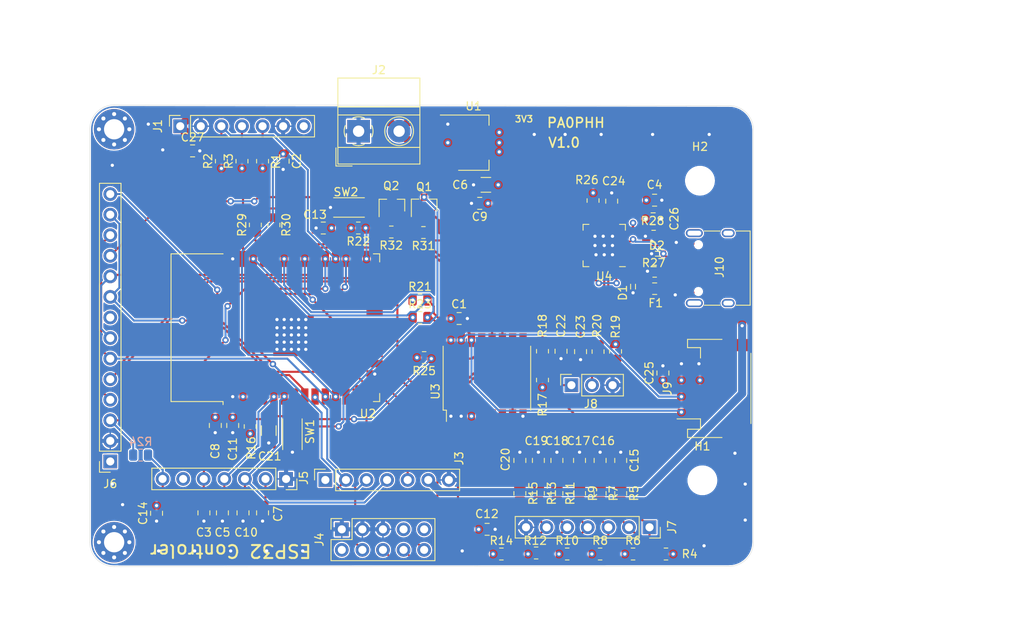
<source format=kicad_pcb>
(kicad_pcb (version 20211014) (generator pcbnew)
  (layers (0 "F.Cu" signal) (1 "In1.Cu" power) (2 "In2.Cu" power) (31 "B.Cu" signal) (34 "B.Paste" user) (35 "F.Paste" user) (36 "B.SilkS" user "B.Silkscreen") (37 "F.SilkS" user "F.Silkscreen") (38 "B.Mask" user) (39 "F.Mask" user) (44 "Edge.Cuts" user))
  (net 0 "")
  (net 1 "GND")
  (net 2 "EN")
  (net 3 "SCK")
  (net 4 "SDI")
  (net 5 "RXD0")
  (net 6 "TXD0")
  (net 7 "SDO")
  (net 8 "V33")
  (net 9 "R1_2a")
  (net 10 "R2_2a")
  (net 11 "R3_2a")
  (net 12 "R1_3a")
  (net 13 "R2_3a")
  (net 14 "R3_3a")
  (net 15 "RXTX")
  (net 16 "A4P")
  (net 17 "A3P")
  (net 18 "A1P")
  (net 19 "A2P")
  (net 20 "DC")
  (net 21 "CS")
  (net 22 "GPIO14")
  (net 23 "GPIO13")
  (net 24 "GPIO15")
  (net 25 "GPIO12")
  (net 26 "R3_3")
  (net 27 "R2_3")
  (net 28 "R1_3")
  (net 29 "R3_2")
  (net 30 "R2_2")
  (net 31 "R1_2")
  (net 32 "Vcc")
  (net 33 "GPIO19")
  (net 34 "R2")
  (net 35 "R1")
  (net 36 "T_IRQ")
  (net 39 "IO0")
  (net 44 "Net-(F1-Pad2)")
  (net 46 "Net-(J10-PadA5)")
  (net 47 "D-")
  (net 48 "D+")
  (net 50 "Net-(J10-PadB5)")
  (net 51 "RSTb")
  (net 52 "Net-(R29-Pad2)")
  (net 53 "DTR")
  (net 55 "RTS")
  (net 72 "GPIO16")
  (net 73 "R4_1a")
  (net 74 "R4_2a")
  (net 75 "R4_1")
  (net 76 "R4_2")
  (net 79 "SCL_1")
  (net 80 "SDA_1")
  (net 81 "A5P")
  (net 84 "Reset")
  (net 85 "INT")
  (net 87 "Net-(Q1-Pad1)")
  (net 88 "Net-(Q2-Pad1)")
  (net 89 "Net-(R30-Pad2)")
  (footprint "MountingHole:MountingHole_2.5mm_Pad_Via" (layer "F.Cu") (at 41.5 40)
    (fp_text reference "H1")
    (fp_text value "MountingHole")
  )
  (footprint "MountingHole:MountingHole_2.5mm_Pad_Via" (layer "F.Cu") (at 41.5 91)
    (fp_text reference "H2")
    (fp_text value "MountingHole")
  )
  (footprint "Capacitor_SMD:C_1206_3216Metric_Pad1.42x1.75mm_HandSolder" (layer "F.Cu") (at 60.579 77.216 -90)
    (fp_text reference "C21")
    (fp_text value "10u")
  )
  (footprint "Capacitor_SMD:C_0805_2012Metric" (layer "F.Cu") (at 84.074 63.373 180)
    (fp_text reference "C1")
    (fp_text value "100n")
  )
  (footprint "Capacitor_SMD:C_0805_2012Metric" (layer "F.Cu") (at 108.194974 48.758974)
    (fp_text reference "C4")
    (fp_text value "100n")
  )
  (footprint "Capacitor_SMD:C_1206_3216Metric_Pad1.42x1.75mm_HandSolder" (layer "F.Cu") (at 87.376 46.863 180)
    (fp_text reference "C6")
    (fp_text value "10u")
  )
  (footprint "Capacitor_SMD:C_0805_2012Metric" (layer "F.Cu") (at 86.614 49.149)
    (fp_text reference "C9")
    (fp_text value "100n")
  )
  (footprint "Capacitor_SMD:C_0805_2012Metric" (layer "F.Cu") (at 56.134 76.581 90)
    (fp_text reference "C11")
    (fp_text value "100n")
  )
  (footprint "Capacitor_SMD:C_0805_2012Metric" (layer "F.Cu") (at 104.013 80.899 -90)
    (fp_text reference "C15")
    (fp_text value "100n")
  )
  (footprint "Capacitor_SMD:C_0805_2012Metric" (layer "F.Cu") (at 101.473 80.899 -90)
    (fp_text reference "C16")
    (fp_text value "100n")
  )
  (footprint "Capacitor_SMD:C_0805_2012Metric" (layer "F.Cu") (at 98.933 80.899 -90)
    (fp_text reference "C17")
    (fp_text value "100n")
  )
  (footprint "Capacitor_SMD:C_0805_2012Metric" (layer "F.Cu") (at 96.139 80.899 -90)
    (fp_text reference "C18")
    (fp_text value "100n")
  )
  (footprint "Capacitor_SMD:C_0805_2012Metric" (layer "F.Cu") (at 93.853 80.899 -90)
    (fp_text reference "C19")
    (fp_text value "100n")
  )
  (footprint "Capacitor_SMD:C_0805_2012Metric" (layer "F.Cu") (at 91.567 80.899 -90)
    (fp_text reference "C20")
    (fp_text value "100n")
  )
  (footprint "Capacitor_SMD:C_0805_2012Metric" (layer "F.Cu") (at 62.357 43.942 -90)
    (fp_text reference "C2")
    (fp_text value "100n")
  )
  (footprint "Capacitor_SMD:C_0805_2012Metric" (layer "F.Cu") (at 52.578 87.376 90)
    (fp_text reference "C3")
    (fp_text value "100n")
  )
  (footprint "Capacitor_SMD:C_0805_2012Metric" (layer "F.Cu") (at 54.864 87.376 90)
    (fp_text reference "C5")
    (fp_text value "100n")
  )
  (footprint "Capacitor_SMD:C_0805_2012Metric" (layer "F.Cu") (at 59.817 87.376 90)
    (fp_text reference "C7")
    (fp_text value "100n")
  )
  (footprint "Capacitor_SMD:C_0805_2012Metric" (layer "F.Cu") (at 57.404 87.376 90)
    (fp_text reference "C10")
    (fp_text value "100n")
  )
  (footprint "Capacitor_SMD:C_0805_2012Metric" (layer "F.Cu") (at 46.736 87.4268 90)
    (fp_text reference "C14")
    (fp_text value "100n")
  )
  (footprint "Connector_PinSocket_2.54mm:PinSocket_2x05_P2.54mm_Vertical" (layer "F.Cu") (at 69.596 89.408 90)
    (fp_text reference "J4")
    (fp_text value "Jtag")
  )
  (footprint "Connector_PinSocket_2.54mm:PinSocket_1x07_P2.54mm_Vertical" (layer "F.Cu") (at 107.569 89.154 -90)
    (fp_text reference "J7")
    (fp_text value "Encoders")
  )
  (footprint "Connector_PinSocket_2.54mm:PinSocket_1x07_P2.54mm_Vertical" (layer "F.Cu") (at 67.564 83.312 90)
    (fp_text reference "J3")
    (fp_text value "I2C")
  )
  (footprint "Connector_PinSocket_2.54mm:PinSocket_1x07_P2.54mm_Vertical" (layer "F.Cu") (at 49.657 39.624 90)
    (fp_text reference "J1")
    (fp_text value "Encoders")
  )
  (footprint "Connector_PinSocket_2.54mm:PinSocket_1x07_P2.54mm_Vertical" (layer "F.Cu") (at 62.718 83.185 -90)
    (fp_text reference "J5")
    (fp_text value "Analog in 3-6")
  )
  (footprint "TerminalBlock_MetzConnect:TerminalBlock_MetzConnect_Type011_RT05502HBWC_1x02_P5.00mm_Horizontal" (layer "F.Cu") (at 71.668 40.239)
    (fp_text reference "J2")
    (fp_text value "5V")
  )
  (footprint "Resistor_SMD:R_0805_2012Metric" (layer "F.Cu") (at 58.293 76.708 90)
    (fp_text reference "R16")
    (fp_text value "1k")
  )
  (footprint "Resistor_SMD:R_0805_2012Metric" (layer "F.Cu") (at 109.601 92.456 180)
    (fp_text reference "R4")
    (fp_text value "10k")
  )
  (footprint "Resistor_SMD:R_0805_2012Metric" (layer "F.Cu") (at 105.537 92.456)
    (fp_text reference "R6")
    (fp_text value "10k")
  )
  (footprint "Resistor_SMD:R_0805_2012Metric" (layer "F.Cu") (at 101.473 92.456)
    (fp_text reference "R8")
    (fp_text value "10k")
  )
  (footprint "Resistor_SMD:R_0805_2012Metric" (layer "F.Cu") (at 97.409 92.456)
    (fp_text reference "R10")
    (fp_text value "10k")
  )
  (footprint "Resistor_SMD:R_0805_2012Metric" (layer "F.Cu") (at 93.5755 92.329)
    (fp_text reference "R12")
    (fp_text value "10k")
  )
  (footprint "Resistor_SMD:R_0805_2012Metric" (layer "F.Cu") (at 89.29 92.456)
    (fp_text reference "R14")
    (fp_text value "10k")
  )
  (footprint "Resistor_SMD:R_0805_2012Metric" (layer "F.Cu") (at 104.013 84.963 -90)
    (fp_text reference "R5")
    (fp_text value "10k")
  )
  (footprint "Resistor_SMD:R_0805_2012Metric" (layer "F.Cu") (at 101.473 84.963 -90)
    (fp_text reference "R7")
    (fp_text value "10k")
  )
  (footprint "Resistor_SMD:R_0805_2012Metric" (layer "F.Cu") (at 98.933 84.963 -90)
    (fp_text reference "R9")
    (fp_text value "10k")
  )
  (footprint "Resistor_SMD:R_0805_2012Metric" (layer "F.Cu") (at 96.139 84.963 -90)
    (fp_text reference "R11")
    (fp_text value "10k")
  )
  (footprint "Resistor_SMD:R_0805_2012Metric" (layer "F.Cu") (at 93.853 84.963 -90)
    (fp_text reference "R13")
    (fp_text value "10k")
  )
  (footprint "Resistor_SMD:R_0805_2012Metric" (layer "F.Cu") (at 91.567 84.963 -90)
    (fp_text reference "R15")
    (fp_text value "10k")
  )
  (footprint "Resistor_SMD:R_0805_2012Metric" (layer "F.Cu") (at 54.737 43.942 90)
    (fp_text reference "R2")
    (fp_text value "2.2k")
  )
  (footprint "Resistor_SMD:R_0805_2012Metric" (layer "F.Cu") (at 57.277 43.942 90)
    (fp_text reference "R3")
    (fp_text value "2.2k")
  )
  (footprint "Resistor_SMD:R_0805_2012Metric" (layer "F.Cu") (at 79.248 61.087001)
    (fp_text reference "R21")
    (fp_text value "2k2")
  )
  (footprint "Resistor_SMD:R_0805_2012Metric" (layer "F.Cu") (at 79.248 63.246)
    (fp_text reference "R23")
    (fp_text value "2k2")
  )
  (footprint "Package_TO_SOT_SMD:SOT-223-3_TabPin2" (layer "F.Cu") (at 85.852 41.656)
    (fp_text reference "U1")
    (fp_text value "LM1117-3.3")
  )
  (footprint "RF_Module:ESP32-WROOM-32" (layer "F.Cu") (at 64.389 64.507 90)
    (fp_text reference "U2")
    (fp_text value "ESP32-WROOM-32D")
  )
  (footprint "Package_SO:SOP-16_7.5x10.4mm_P1.27mm" (layer "F.Cu") (at 87.503 70.739 90)
    (fp_text reference "U3")
    (fp_text value "PCF8574A")
  )
  (footprint "Resistor_SMD:R_0805_2012Metric" (layer "F.Cu") (at 71.628 52.197)
    (fp_text reference "R22")
    (fp_text value "10k")
  )
  (footprint "ESP32VFO:TS-1088R-02526" (layer "F.Cu") (at 63.5 77.663 90)
    (fp_text reference "SW1")
    (fp_text value "SW_Push")
  )
  (footprint "Connector_JST:JST_PH_S4B-PH-SM4-TB_1x04-1MP_P2.00mm_Horizontal" (layer "F.Cu") (at 115.57 72.009 90)
    (fp_text reference "J9")
    (fp_text value "I2C")
  )
  (footprint "Capacitor_SMD:C_0805_2012Metric" (layer "F.Cu") (at 51.181 42.672)
    (fp_text reference "C27")
    (fp_text value "0.1uF")
  )
  (footprint "Fuse:Fuse_0805_2012Metric" (layer "F.Cu") (at 108.204 59.69)
    (fp_text reference "F1")
    (fp_text value "Polyfuse")
  )
  (footprint "Connector_USB:USB_C_Receptacle_XKB_U262-16XN-4BVC11" (layer "F.Cu") (at 116.205 57.15 90)
    (fp_text reference "J10")
    (fp_text value "USB_C_Receptacle_USB2.0")
  )
  (footprint "Resistor_SMD:R_0805_2012Metric" (layer "F.Cu") (at 108.204 57.531)
    (fp_text reference "R27")
    (fp_text value "5K1")
  )
  (footprint "Resistor_SMD:R_0805_2012Metric" (layer "F.Cu") (at 108.077 53.213)
    (fp_text reference "R28")
    (fp_text value "5K1")
  )
  (footprint "Resistor_SMD:R_0805_2012Metric" (layer "F.Cu") (at 58.928 51.816 90)
    (fp_text reference "R29")
    (fp_text value "1K")
  )
  (footprint "Resistor_SMD:R_0805_2012Metric" (layer "F.Cu") (at 61.214 51.816 90)
    (fp_text reference "R30")
    (fp_text value "1K")
  )
  (footprint "Package_DFN_QFN:QFN-28-1EP_5x5mm_P0.5mm_EP3.35x3.35mm" (layer "F.Cu") (at 101.981 54.356 180)
    (fp_text reference "U4")
    (fp_text value "CP2102N-A01-GQFN28")
  )
  (footprint "Capacitor_SMD:C_0805_2012Metric" (layer "F.Cu") (at 87.5284 89.408 180)
    (fp_text reference "C12")
    (fp_text value "100n")
  )
  (footprint "Capacitor_SMD:C_0805_2012Metric" (layer "F.Cu") (at 108.016 51.054)
    (fp_text reference "C26")
    (fp_text value "10uF")
  )
  (footprint "Capacitor_SMD:C_0805_2012Metric" (layer "F.Cu") (at 102.899887 48.879 90)
    (fp_text reference "C24")
    (fp_text value "0.1uF")
  )
  (footprint "Connector_PinSocket_2.54mm:PinSocket_1x14_P2.54mm_Vertical" (layer "F.Cu") (at 41.021 81.026 180)
    (fp_text reference "J6")
    (fp_text value "ILI9341")
  )
  (footprint "Resistor_SMD:R_0805_2012Metric" (layer "F.Cu") (at 100.6 48.8 -90)
    (fp_text reference "R26")
    (fp_text value "4.7K")
  )
  (footprint "Capacitor_SMD:C_0805_2012Metric" (layer "F.Cu") (at 67.31 52.197)
    (fp_text reference "C13")
    (fp_text value "100n")
  )
  (footprint "ESP32_TouchDown_lib:TS-1088R-02526" (layer "F.Cu") (at 70.485 49.657 180)
    (fp_text reference "SW2")
    (fp_text value "SW_Push")
  )
  (footprint "MountingHole:MountingHole_3.2mm_M3" (layer "F.Cu") (at 114.092 83.355)
    (fp_text reference "H1")
    (fp_text value " ")
  )
  (footprint "MountingHole:MountingHole_3.2mm_M3" (layer "F.Cu") (at 113.792 46.355)
    (fp_text reference "H2")
    (fp_text value " ")
  )
  (footprint "Package_TO_SOT_SMD:SOT-23" (layer "F.Cu") (at 79.756 49.3903 90)
    (fp_text reference "Q1")
    (fp_text value "2N3904_SOT23")
  )
  (footprint "Package_TO_SOT_SMD:SOT-23" (layer "F.Cu") (at 75.7809 49.403 90)
    (fp_text reference "Q2")
    (fp_text value "2N3904_SOT23")
  )
  (footprint "Resistor_SMD:R_0805_2012Metric" (layer "F.Cu") (at 79.6671 52.7558 180)
    (fp_text reference "R31")
    (fp_text value "10k")
  )
  (footprint "Resistor_SMD:R_0805_2012Metric" (layer "F.Cu") (at 75.7047 52.6923)
    (fp_text reference "R32")
    (fp_text value "10k")
  )
  (footprint "Capacitor_SMD:C_0805_2012Metric" (layer "F.Cu") (at 53.9877 76.581 -90)
    (fp_text reference "C8")
    (fp_text value "10u")
  )
  (footprint "digikey-footprints:0603" (layer "F.Cu") (at 105.537 59.436 -90)
    (fp_text reference "D1")
    (fp_text value "PGB1010603MR")
  )
  (footprint "digikey-footprints:0603" (layer "F.Cu") (at 108.585 55.372 180)
    (fp_text reference "D2")
    (fp_text value "PGB1010603MR")
  )
  (footprint "Resistor_SMD:R_0805_2012Metric" (layer "F.Cu") (at 101.219 67.4605 -90)
    (fp_text reference "R20")
    (fp_text value "10k")
  )
  (footprint "Connector_PinSocket_2.54mm:PinSocket_1x03_P2.54mm_Vertical" (layer "F.Cu") (at 97.932 71.603 90)
    (fp_text reference "J8")
    (fp_text value "Conn_01x03_Female")
  )
  (footprint "Capacitor_SMD:C_0805_2012Metric" (layer "F.Cu") (at 109.22 70.104 90)
    (fp_text reference "C25")
    (fp_text value "0.1uF")
  )
  (footprint "Resistor_SMD:R_0805_2012Metric" (layer "F.Cu") (at 59.817 43.942 -90)
    (fp_text reference "R1")
    (fp_text value "680")
  )
  (footprint "Capacitor_SMD:C_0805_2012Metric" (layer "F.Cu") (at 99.06 67.4605 90)
    (fp_text reference "C23")
    (fp_text value "100n")
  )
  (footprint "Capacitor_SMD:C_0805_2012Metric" (layer "F.Cu") (at 96.647 67.4135 90)
    (fp_text reference "C22")
    (fp_text value "100n")
  )
  (footprint "Resistor_SMD:R_0805_2012Metric" (layer "F.Cu") (at 94.361 70.9695 90)
    (fp_text reference "R17")
    (fp_text value "10k")
  )
  (footprint "Resistor_SMD:R_0805_2012Metric" (layer "F.Cu") (at 79.756 68.199 180)
    (fp_text reference "R25")
    (fp_text value "2k2")
  )
  (footprint "Resistor_SMD:R_0805_2012Metric" (layer "F.Cu") (at 94.361 67.4135 -90)
    (fp_text reference "R18")
    (fp_text value "10k")
  )
  (footprint "Resistor_SMD:R_0805_2012Metric" (layer "F.Cu") (at 103.378 67.437 -90)
    (fp_text reference "R19")
    (fp_text value "10k")
  )
  (footprint "Resistor_SMD:R_0805_2012Metric" (layer "B.Cu") (at 44.7675 80.2386 180)
    (fp_text reference "R24")
    (fp_text value "10k")
  )
  (gr_line (start 38.5 91) (end 38.5 40) (layer "Edge.Cuts") (width 0.05))
  (gr_line (start 41.5 37) (end 117.38568 37.084) (layer "Edge.Cuts") (width 0.05))
  (gr_arc (start 117.38568 37.084) (mid 119.507 37.96268) (end 120.38568 40.084) (layer "Edge.Cuts") (width 0.05))
  (gr_arc (start 41.5 94) (mid 39.37868 93.12132) (end 38.5 91) (layer "Edge.Cuts") (width 0.05))
  (gr_arc (start 120.38568 90.98) (mid 119.507 93.10132) (end 117.38568 93.98) (layer "Edge.Cuts") (width 0.05))
  (gr_line (start 117.38568 93.98) (end 41.5 94) (layer "Edge.Cuts") (width 0.05))
  (gr_line (start 120.38568 40.084) (end 120.38568 90.98) (layer "Edge.Cuts") (width 0.05))
  (gr_arc (start 38.5 40) (mid 39.37868 37.87868) (end 41.5 37) (layer "Edge.Cuts") (width 0.05))
  (gr_text "V1.0" (at 97.028 41.656) (layer "F.SilkS") (effects (font (size 1.2 1.2) (thickness 0.2))))
  (gr_text "3V3" (at 92.075 38.735) (layer "F.SilkS") (effects (font (size 0.8 0.8))))
  (gr_text "PA0PHH" (at 98.4824 39.2016) (layer "F.SilkS") (effects (font (size 1.2 1.2) (thickness 0.2))))
  (gr_text "ESP32 Controler" (at 55.88 92.075 180) (layer "F.SilkS") (effects (font (size 1.6 1.6) (thickness 0.25))))
  (segment (start 111.046 53.8) (end 110.871 53.975) (width 0.254) (layer "F.Cu") (net 1))
  (segment (start 104.431 54.856) (end 102.481 54.856) (width 0.254) (layer "F.Cu") (net 1))
  (segment (start 112.535 53.8) (end 111.046 53.8) (width 0.254) (layer "F.Cu") (net 1))
  (segment (start 112.535 60.2) (end 110.996 60.2) (width 0.254) (layer "F.Cu") (net 1))
  (segment (start 102.481 54.856) (end 101.981 54.356) (width 0.254) (layer "F.Cu") (net 1))
  (segment (start 110.996 60.2) (end 110.744 60.452) (width 0.254) (layer "F.Cu") (net 1))
  (via (at 63.373 66.294) (size 0.8) (drill 0.4) (layers "F.Cu" "B.Cu") (net 1))
  (via (at 107.95 40.64) (size 0.8) (drill 0.4) (layers "F.Cu" "B.Cu") (net 1))
  (via (at 41.275 44.45) (size 0.8) (drill 0.4) (layers "F.Cu" "B.Cu") (net 1))
  (via (at 65.151 64.516) (size 0.8) (drill 0.4) (layers "F.Cu" "B.Cu") (net 1))
  (via (at 60.579 78.74) (size 0.8) (drill 0.4) (layers "F.Cu" "B.Cu") (net 1))
  (via (at 64.77 92.075) (size 0.8) (drill 0.4) (layers "F.Cu" "B.Cu") (net 1))
  (via (at 64.262 64.516) (size 0.8) (drill 0.4) (layers "F.Cu" "B.Cu") (net 1))
  (via (at 119.38 83.82) (size 0.8) (drill 0.4) (layers "F.Cu" "B.Cu") (net 1))
  (via (at 54.864 88.392) (size 0.8) (drill 0.4) (layers "F.Cu" "B.Cu") (net 1))
  (via (at 84.328 75.438) (size 0.8) (drill 0.4) (layers "F.Cu" "B.Cu") (net 1))
  (via (at 41.275 83.82) (size 0.8) (drill 0.4) (layers "F.Cu" "B.Cu") (net 1))
  (via (at 82.677 39.37) (size 0.8) (drill 0.4) (layers "F.Cu" "B.Cu") (net 1))
  (via (at 62.484 67.183) (size 0.8) (drill 0.4) (layers "F.Cu" "B.Cu") (net 1))
  (via (at 65.151 66.294) (size 0.8) (drill 0.4) (layers "F.Cu" "B.Cu") (net 1))
  (via (at 83.058 75.438) (size 0.8) (drill 0.4) (layers "F.Cu" "B.Cu") (net 1))
  (via (at 64.262 67.183) (size 0.8) (drill 0.4) (layers "F.Cu" "B.Cu") (net 1))
  (via (at 118.11 80.01) (size 0.8) (drill 0.4) (layers "F.Cu" "B.Cu") (net 1))
  (via (at 84.455 92.075) (size 0.8) (drill 0.4) (layers "F.Cu" "B.Cu") (net 1))
  (via (at 51.435 92.075) (size 0.8) (drill 0.4) (layers "F.Cu" "B.Cu") (net 1))
  (via (at 47.498 42.545) (size 0.8) (drill 0.4) (layers "F.Cu" "B.Cu") (net 1))
  (via (at 46.736 88.392) (size 0.8) (drill 0.4) (layers "F.Cu" "B.Cu") (net 1))
  (via (at 107.823 55.372) (size 0.8) (drill 0.4) (layers "F.Cu" "B.Cu") (net 1))
  (via (at 62.484 66.294) (size 0.8) (drill 0.4) (layers "F.Cu" "B.Cu") (net 1))
  (via (at 93.345 40.64) (size 0.8) (drill 0.4) (layers "F.Cu" "B.Cu") (net 1))
  (via (at 96.647 68.326) (size 0.8) (drill 0.4) (layers "F.Cu" "B.Cu") (net 1))
  (via (at 61.595 66.294) (size 0.8) (drill 0.4) (layers "F.Cu" "B.Cu") (net 1))
  (via (at 109.083975 48.758974) (size 0.8) (drill 0.4) (layers "F.Cu" "B.Cu") (net 1))
  (via (at 62.357 44.958) (size 0.8) (drill 0.4) (layers "F.Cu" "B.Cu") (net 1))
  (via (at 111.506 68.961) (size 0.8) (drill 0.4) (layers "F.Cu" "B.Cu") (net 1))
  (via (at 62.484 65.405) (size 0.8) (drill 0.4) (layers "F.Cu" "B.Cu") (net 1))
  (via (at 107.061 53.213) (size 0.8) (drill 0.4) (layers "F.Cu" "B.Cu") (net 1))
  (via (at 63.373 63.5) (size 0.8) (drill 0.4) (layers "F.Cu" "B.Cu") (net 1))
  (via (at 109.22 69.215) (size 0.8) (drill 0.4) (layers "F.Cu" "B.Cu") (net 1))
  (via (at 73.66 70.231) (size 0.8) (drill 0.4) (layers "F.Cu" "B.Cu") (net 1))
  (via (at 101.981 55.499) (size 0.8) (drill 0.4) (layers "F.Cu" "B.Cu") (net 1))
  (via (at 110.744 60.452) (size 0.8) (drill 0.4) (layers "F.Cu" "B.Cu") (net 1))
  (via (at 64.262 66.294) (size 0.8) (drill 0.4) (layers "F.Cu" "B.Cu") (net 1))
  (via (at 93.853 79.883) (size 0.8) (drill 0.4) (layers "F.Cu" "B.Cu") (net 1))
  (via (at 85.09 63.373) (size 0.8) (drill 0.4) (layers "F.Cu" "B.Cu") (net 1))
  (via (at 56.134 77.47) (size 0.8) (drill 0.4) (layers "F.Cu" "B.Cu") (net 1))
  (via (at 65.151 63.5) (size 0.8) (drill 0.4) (layers "F.Cu" "B.Cu") (net 1))
  (via (at 101.854 53.213) (size 0.8) (drill 0.4) (layers "F.Cu" "B.Cu") (net 1))
  (via (at 63.373 64.516) (size 0.8) (drill 0.4) (layers "F.Cu" "B.Cu") (net 1))
  (via (at 101.981 54.356) (size 0.8) (drill 0.4) (layers "F.Cu" "B.Cu") (net 1))
  (via (at 63.5 79.883) (size 0.8) (drill 0.4) (layers "F.Cu" "B.Cu") (net 1))
  (via (at 100.838 53.213) (size 0.8) (drill 0.4) (layers "F.Cu" "B.Cu") (net 1))
  (via (at 110.871 53.975) (size 0.8) (drill 0.4) (layers "F.Cu" "B.Cu") (net 1))
  (via (at 60.325 92.075) (size 0.8) (drill 0.4) (layers "F.Cu" "B.Cu") (net 1))
  (via (at 100.965 55.499) (size 0.8) (drill 0.4) (layers "F.Cu" "B.Cu") (net 1))
  (via (at 65.151 65.405) (size 0.8) (drill 0.4) (layers "F.Cu" "B.Cu") (net 1))
  (via (at 64.262 65.405) (size 0.8) (drill 0.4) (layers "F.Cu" "B.Cu") (net 1))
  (via (at 63.373 67.183) (size 0.8) (drill 0.4) (layers "F.Cu" "B.Cu") (net 1))
  (via (at 114.3 91.44) (size 0.8) (drill 0.4) (layers "F.Cu" "B.Cu") (net 1))
  (via (at 52.07 42.672) (size 0.8) (drill 0.4) (layers "F.Cu" "B.Cu") (net 1))
  (via (at 68.199 49.657) (size 0.8) (drill 0.4) (layers "F.Cu" "B.Cu") (net 1))
  (via (at 97.155 40.64) (size 0.8) (drill 0.4) (layers "F.Cu" "B.Cu") (net 1))
  (via (at 119.38 88.265) (size 0.8) (drill 0.4) (layers "F.Cu" "B.Cu") (net 1))
  (via (at 99.06 68.453) (size 0.8) (drill 0.4) (layers "F.Cu" "B.Cu") (net 1))
  (via (at 61.595 64.516) (size 0.8) (drill 0.4) (layers "F.Cu" "B.Cu") (net 1))
  (via (at 53.975 77.47) (size 0.8) (drill 0.4) (layers "F.Cu" "B.Cu") (net 1))
  (via (at 59.817 88.392) (size 0.8) (drill 0.4) (layers "F.Cu" "B.Cu") (net 1))
  (via (at 65.151 67.183) (size 0.8) (drill 0.4) (layers "F.Cu" "B.Cu") (net 1))
  (via (at 85.852 46.863) (size 0.8) (drill 0.4) (layers "F.Cu" "B.Cu") (net 1))
  (via (at 105.537 60.198) (size 0.8) (drill 0.4) (layers "F.Cu" "B.Cu") (net 1))
  (via (at 102.997 54.356) (size 0.8) (drill 0.4) (layers "F.Cu" "B.Cu") (net 1))
  (via (at 66.421 52.197) (size 0.8) (drill 0.4) (layers "F.Cu" "B.Cu") (net 1))
  (via (at 64.262 63.5) (size 0.8) (drill 0.4) (layers "F.Cu" "B.Cu") (net 1))
  (via (at 61.595 65.405) (size 0.8) (drill 0.4) (layers "F.Cu" "B.Cu") (net 1))
  (via (at 56.134 56.007) (size 0.8) (drill 0.4) (layers "F.Cu" "B.Cu") (net 1))
  (via (at 102.997 53.213) (size 0.8) (drill 0.4) (layers "F.Cu" "B.Cu") (net 1))
  (via (at 46.99 92.075) (size 0.8) (drill 0.4) (layers "F.Cu" "B.Cu") (net 1))
  (via (at 102.997 55.499) (size 0.8) (drill 0.4) (layers "F.Cu" "B.Cu") (net 1))
  (via (at 56.134 73.025) (size 0.8) (drill 0.4) (layers "F.Cu" "B.Cu") (net 1))
  (via (at 108.971 51.054) (size 0.8) (drill 0.4) (layers "F.Cu" "B.Cu") (net 1))
  (via (at 98.933 79.883) (size 0.8) (drill 0.4) (layers "F.Cu" "B.Cu") (net 1))
  (via (at 85.598 49.149) (size 0.8) (drill 0.4) (layers "F.Cu" "B.Cu") (net 1))
  (via (at 104.013 79.883) (size 0.8) (drill 0.4) (layers "F.Cu" "B.Cu") (net 1))
  (via (at 63.373 65.405) (size 0.8) (drill 0.4) (layers "F.Cu" "B.Cu") (net 1))
  (via (at 62.484 63.5) (size 0.8) (drill 0.4) (layers "F.Cu" "B.Cu") (net 1))
  (via (at 61.595 63.5) (size 0.8) (drill 0.4) (layers "F.Cu" "B.Cu") (net 1))
  (via (at 101.6 40.64) (size 0.8) (drill 0.4) (layers "F.Cu" "B.Cu") (net 1))
  (via (at 91.948 75.438) (size 0.8) (drill 0.4) (layers "F.Cu" "B.Cu") (net 1))
  (via (at 91.567 79.883) (size 0.8) (drill 0.4) (layers "F.Cu" "B.Cu") (net 1))
  (via (at 114.935 40.64) (size 0.8) (drill 0.4) (layers "F.Cu" "B.Cu") (net 1))
  (via (at 52.578 88.392) (size 0.8) (drill 0.4) (layers "F.Cu" "B.Cu") (net 1))
  (via (at 100.838 54.356) (size 0.8) (drill 0.4) (layers "F.Cu" "B.Cu") (net 1))
  (via (at 42.545 86.36) (size 0.8) (drill 0.4) (layers "F.Cu" "B.Cu") (net 1))
  (via (at 57.404 88.392) (size 0.8) (drill 0.4) (layers "F.Cu" "B.Cu") (net 1))
  (via (at 96.139 79.883) (size 0.8) (drill 0.4) (layers "F.Cu" "B.Cu") (net 1))
  (via (at 107.315 57.531) (size 0.8) (drill 0.4) (layers "F.Cu" "B.Cu") (net 1))
  (via (at 102.899887 47.863) (size 0.8) (drill 0.4) (layers "F.Cu" "B.Cu") (net 1))
  (via (at 88.519 89.408) (size 0.8) (drill 0.4) (layers "F.Cu" "B.Cu") (net 1))
  (via (at 61.595 67.183) (size 0.8) (drill 0.4) (layers "F.Cu" "B.Cu") (net 1))
  (via (at 62.484 64.516) (size 0.8) (drill 0.4) (layers "F.Cu" "B.Cu") (net 1))
  (via (at 101.473 79.883) (size 0.8) (drill 0.4) (layers "F.Cu" "B.Cu") (net 1))
  (via (at 113.665 68.961) (size 0.8) (drill 0.4) (layers "F.Cu" "B.Cu") (net 1))
  (via (at 45.72 39.37) (size 0.8) (drill 0.4) (layers "F.Cu" "B.Cu") (net 1))
  (via (at 55.88 92.075) (size 0.8) (drill 0.4) (layers "F.Cu" "B.Cu") (net 1))
  (segment (start 58.293 75.7955) (end 58.674 75.4145) (width 0.254) (layer "F.Cu") (net 2))
  (segment (start 60.512 75.7955) (end 60.579 75.7285) (width 0.254) (layer "F.Cu") (net 2))
  (segment (start 60.8695 75.438) (end 63.5 75.438) (width 0.254) (layer "F.Cu") (net 2))
  (segment (start 69.2 76.7) (end 64.762 76.7) (width 0.254) (layer "F.Cu") (net 2))
  (segment (start 60.579 75.7285) (end 60.8695 75.438) (width 0.254) (layer "F.Cu") (net 2))
  (segment (start 58.293 75.7955) (end 60.512 75.7955) (width 0.254) (layer "F.Cu") (net 2))
  (segment (start 58.674 75.4145) (end 58.674 73.016) (width 0.254) (layer "F.Cu") (net 2))
  (segment (start 64.762 76.7) (end 63.5 75.438) (width 0.254) (layer "F.Cu") (net 2))
  (via (at 69.2 76.7) (size 0.8) (drill 0.4) (layers "F.Cu" "B.Cu") (net 2))
  (via (at 79.756 48.387) (size 0.8) (drill 0.4) (layers "F.Cu" "B.Cu") (net 2))
  (segment (start 78.977489 63.922511) (end 69.8 73.1) (width 0.254) (layer "B.Cu") (net 2))
  (segment (start 81.4 50.031) (end 81.4 62.963232) (width 0.254) (layer "B.Cu") (net 2))
  (segment (start 69.8 74.4) (end 69.8 76.1) (width 0.254) (layer "B.Cu") (net 2))
  (segment (start 69.8 76.1) (end 69.2 76.7) (width 0.254) (layer "B.Cu") (net 2))
  (segment (start 81.4 62.963232) (end 80.440721 63.922511) (width 0.254) (layer "B.Cu") (net 2))
  (segment (start 69.8 73.1) (end 69.8 74.4) (width 0.254) (layer "B.Cu") (net 2))
  (segment (start 79.756 48.387) (end 81.4 50.031) (width 0.254) (layer "B.Cu") (net 2))
  (segment (start 80.440721 63.922511) (end 78.977489 63.922511) (width 0.254) (layer "B.Cu") (net 2))
  (segment (start 41.20204 57.98496) (end 41.021 58.166) (width 0.254) (layer "F.Cu") (net 3))
  (segment (start 66.294 56.007) (end 66.294 57.261) (width 0.254) (layer "F.Cu") (net 3))
  (segment (start 65.57004 57.98496) (end 41.20204 57.98496) (width 0.254) (layer "F.Cu") (net 3))
  (segment (start 66.294 57.261) (end 65.57004 57.98496) (width 0.254) (layer "F.Cu") (net 3))
  (segment (start 39.894489 59.292511) (end 41.021 58.166) (width 0.254) (layer "B.Cu") (net 3))
  (segment (start 41.021 65.786) (end 39.894489 64.659489) (width 0.254) (layer "B.Cu") (net 3))
  (segment (start 39.894489 64.659489) (end 39.894489 59.292511) (width 0.254) (layer "B.Cu") (net 3))
  (segment (start 39.894489 67.199489) (end 39.894489 54.212511) (width 0.254) (layer "F.Cu") (net 4))
  (segment (start 39.894489 54.212511) (end 41.021 53.086) (width 0.254) (layer "F.Cu") (net 4))
  (segment (start 41.021 68.326) (end 39.894489 67.199489) (width 0.254) (layer "F.Cu") (net 4))
  (via (at 67.564 73.025) (size 0.8) (drill 0.4) (layers "F.Cu" "B.Cu") (net 4))
  (segment (start 67.564 73.025) (end 62.865 68.326) (width 0.254) (layer "B.Cu") (net 4))
  (segment (start 62.865 68.326) (end 41.021 68.326) (width 0.254) (layer "B.Cu") (net 4))
  (segment (start 61.214 56.007) (end 61.214 52.7285) (width 0.254) (layer "F.Cu") (net 5))
  (segment (start 59.944 56.007) (end 59.944 54.753) (width 0.254) (layer "F.Cu") (net 6))
  (segment (start 59.944 54.753) (end 58.928 53.737) (width 0.254) (layer "F.Cu") (net 6))
  (segment (start 58.928 53.737) (end 58.928 52.7285) (width 0.254) (layer "F.Cu") (net 6))
  (segment (start 54.102 63.627) (end 49.911 63.627) (width 0.254) (layer "F.Cu") (net 7))
  (segment (start 65.024 72.273978) (end 63.108022 70.358) (width 0.254) (layer "F.Cu") (net 7))
  (segment (start 63.108022 70.358) (end 60.833 70.358) (width 0.254) (layer "F.Cu") (net 7))
  (segment (start 60.833 70.358) (end 54.102 63.627) (width 0.254) (layer "F.Cu") (net 7))
  (segment (start 65.024 73.007) (end 65.024 72.273978) (width 0.254) (layer "F.Cu") (net 7))
  (via (at 49.911 63.627) (size 0.8) (drill 0.4) (layers "F.Cu" "B.Cu") (net 7))
  (segment (start 43.942 63.627) (end 41.021 60.706) (width 0.254) (layer "B.Cu") (net 7))
  (segment (start 49.911 63.627) (end 43.942 63.627) (width 0.254) (layer "B.Cu") (net 7))
  (segment (start 41.021 60.706) (end 42.147511 59.579489) (width 0.254) (layer "B.Cu") (net 7))
  (segment (start 42.147511 51.672511) (end 41.021 50.546) (width 0.254) (layer "B.Cu") (net 7))
  (segment (start 42.147511 59.579489) (end 42.147511 51.672511) (width 0.254) (layer "B.Cu") (net 7))
  (segment (start 47.498 85.7148) (end 47.498 83.312) (width 0.254) (layer "F.Cu") (net 8))
  (segment (start 46.736 86.4768) (end 47.498 85.7148) (width 0.254) (layer "F.Cu") (net 8))
  (segment (start 104.431 53.123) (end 104.431 52.856) (width 0.254) (layer "F.Cu") (net 8))
  (segment (start 104.431 53.356) (end 104.431 53.123) (width 0.254) (layer "F.Cu") (net 8))
  (segment (start 105.537 52.017) (end 105.537 51.562) (width 0.254) (layer "F.Cu") (net 8))
  (segment (start 104.431 53.123) (end 105.537 52.017) (width 0.254) (layer "F.Cu") (net 8))
  (via (at 110.49 92.456) (size 0.8) (drill 0.4) (layers "F.Cu" "B.Cu") (net 8))
  (via (at 89.027 41.656) (size 0.8) (drill 0.4) (layers "F.Cu" "B.Cu") (net 8))
  (via (at 86.487 89.408) (size 0.8) (drill 0.4) (layers "F.Cu" "B.Cu") (net 8))
  (via (at 100.457 92.456) (size 0.8) (drill 0.4) (layers "F.Cu" "B.Cu") (net 8))
  (via (at 68.326 52.197) (size 0.8) (drill 0.4) (layers "F.Cu" "B.Cu") (net 8))
  (via (at 88.9 46.863) (size 0.8) (drill 0.4) (layers "F.Cu" "B.Cu") (net 8))
  (via (at 58.293 77.597) (size 0.8) (drill 0.4) (layers "F.Cu" "B.Cu") (net 8))
  (via (at 113.792 70.993) (size 0.8) (drill 0.4) (layers "F.Cu" "B.Cu") (net 8))
  (via (at 83.058 63.373) (size 0.8) (drill 0.4) (layers "F.Cu" "B.Cu") (net 8))
  (via (at 78.359 61.087) (size 0.8) (drill 0.4) (layers "F.Cu" "B.Cu") (net 8))
  (via (at 94.361 71.882) (size 0.8) (drill 0.4) (layers "F.Cu" "B.Cu") (net 8))
  (via (at 103.378 66.548) (size 0.8) (drill 0.4) (layers "F.Cu" "B.Cu") (net 8))
  (via (at 85.598 75.438) (size 0.8) (drill 0.4) (layers "F.Cu" "B.Cu") (net 8))
  (via (at 96.393 92.456) (size 0.8) (drill 0.4) (layers "F.Cu" "B.Cu") (net 8))
  (via (at 82.677 41.656) (size 0.8) (drill 0.4) (layers "F.Cu" "B.Cu") (net 8))
  (via (at 87.63 49.149) (size 0.8) (drill 0.4) (layers "F.Cu" "B.Cu") (net 8))
  (via (at 89.027 42.799) (size 0.8) (drill 0.4) (layers "F.Cu" "B.Cu") (net 8))
  (via (at 70.739 52.197) (size 0.8) (drill 0.4) (layers "F.Cu" "B.Cu") (net 8))
  (via (at 54.737 44.831) (size 0.8) (drill 0.4) (layers "F.Cu" "B.Cu") (net 8))
  (via (at 88.265 92.456) (size 0.8) (drill 0.4) (layers "F.Cu" "B.Cu") (net 8))
  (via (at 104.521 92.456) (size 0.8) (drill 0.4) (layers "F.Cu" "B.Cu") (net 8))
  (via (at 78.867 68.199) (size 0.8) (drill 0.4) (layers "F.Cu" "B.Cu") (net 8))
  (via (at 107.178975 48.758974) (size 0.8) (drill 0.4) (layers "F.Cu" "B.Cu") (net 8))
  (via (at 109.22 70.993) (size 0.8) (drill 0.4) (layers "F.Cu" "B.Cu") (net 8))
  (via (at 57.404 73.025) (size 0.8) (drill 0.4) (layers "F.Cu" "B.Cu") (net 8))
  (via (at 92.583 92.456) (size 0.8) (drill 0.4) (layers "F.Cu" "B.Cu") (net 8))
  (via (at 46.736 86.4768) (size 0.8) (drill 0.4) (layers "F.Cu" "B.Cu") (net 8))
  (via (at 100.613887 47.863) (size 0.8) (drill 0.4) (layers "F.Cu" "B.Cu") (net 8))
  (via (at 89.027 40.386) (size 0.8) (drill 0.4) (layers "F.Cu" "B.Cu") (net 8))
  (via (at 78.359 63.246) (size 0.8) (drill 0.4) (layers "F.Cu" "B.Cu") (net 8))
  (via (at 83.058 66.04) (size 0.8) (drill 0.4) (layers "F.Cu" "B.Cu") (net 8))
  (via (at 111.506 70.993) (size 0.8) (drill 0.4) (layers "F.Cu" "B.Cu") (net 8))
  (via (at 105.537 51.562) (size 0.8) (drill 0.4) (layers "F.Cu" "B.Cu") (net 8))
  (via (at 56.134 75.565) (size 0.8) (drill 0.4) (layers "F.Cu" "B.Cu") (net 8))
  (via (at 57.277 44.831) (size 0.8) (drill 0.4) (layers "F.Cu" "B.Cu") (net 8))
  (via (at 53.975 75.565) (size 0.8) (drill 0.4) (layers "F.Cu" "B.Cu") (net 8))
  (via (at 107.066 51.054001) (size 0.8) (drill 0.4) (layers "F.Cu" "B.Cu") (net 8))
  (via (at 59.817 44.831) (size 0.8) (drill 0.4) (layers "F.Cu" "B.Cu") (net 8))
  (segment (start 47.498 82.0566) (end 47.498 83.312) (width 0.254) (layer "B.Cu") (net 8))
  (segment (start 45.68 80.2386) (end 47.498 82.0566) (width 0.254) (layer "B.Cu") (net 8))
  (segment (start 104.013 81.849) (end 103.01148 80.84748) (width 0.254) (layer "F.Cu") (net 9))
  (segment (start 97.155 74.041) (end 90.967 74.041) (width 0.254) (layer "F.Cu") (net 9))
  (segment (start 90.967 74.041) (end 90.673 74.335) (width 0.254) (layer "F.Cu") (net 9))
  (segment (start 90.673 74.335) (end 90.673 75.439) (width 0.254) (layer "F.Cu") (net 9))
  (segment (start 104.013 84.0505) (end 104.013 81.849) (width 0.254) (layer "F.Cu") (net 9))
  (segment (start 103.01148 80.84748) (end 103.01148 79.89748) (width 0.254) (layer "F.Cu") (net 9))
  (segment (start 103.01148 79.89748) (end 97.155 74.041) (width 0.254) (layer "F.Cu") (net 9))
  (segment (start 89.946489 76.565511) (end 89.413 76.032022) (width 0.254) (layer "F.Cu") (net 10))
  (segment (start 100.142 80.518) (end 100.142 79.568) (width 0.254) (layer "F.Cu") (net 10))
  (segment (start 101.473 81.849) (end 100.142 80.518) (width 0.254) (layer "F.Cu") (net 10))
  (segment (start 89.413 76.032022) (end 89.413 75.439) (width 0.254) (layer "F.Cu") (net 10))
  (segment (start 100.142 79.568) (end 97.139511 76.565511) (width 0.254) (layer "F.Cu") (net 10))
  (segment (start 101.473 84.0505) (end 101.473 81.849) (width 0.254) (layer "F.Cu") (net 10))
  (segment (start 97.139511 76.565511) (end 89.946489 76.565511) (width 0.254) (layer "F.Cu") (net 10))
  (segment (start 96.012 77.216) (end 97.409 78.613) (width 0.254) (layer "F.Cu") (net 11))
  (segment (start 88.143 75.439) (end 88.143 76.543) (width 0.254) (layer "F.Cu") (net 11))
  (segment (start 98.933 80.72552) (end 98.933 84.0505) (width 0.254) (layer "F.Cu") (net 11))
  (segment (start 88.816 77.216) (end 96.012 77.216) (width 0.254) (layer "F.Cu") (net 11))
  (segment (start 88.143 76.543) (end 88.816 77.216) (width 0.254) (layer "F.Cu") (net 11))
  (segment (start 97.409 78.613) (end 97.409 79.894611) (width 0.254) (layer "F.Cu") (net 11))
  (segment (start 98.239909 80.72552) (end 98.933 80.72552) (width 0.254) (layer "F.Cu") (net 11))
  (segment (start 97.409 79.894611) (end 98.239909 80.72552) (width 0.254) (layer "F.Cu") (net 11))
  (segment (start 88.470498 77.61952) (end 86.863 76.012022) (width 0.254) (layer "F.Cu") (net 12))
  (segment (start 86.863 76.012022) (end 86.863 75.439) (width 0.254) (layer "F.Cu") (net 12))
  (segment (start 95.13748 80.84748) (end 95.13748 79.64348) (width 0.254) (layer "F.Cu") (net 12))
  (segment (start 93.11352 77.61952) (end 88.470498 77.61952) (width 0.254) (layer "F.Cu") (net 12))
  (segment (start 96.139 84.0505) (end 96.139 81.849) (width 0.254) (layer "F.Cu") (net 12))
  (segment (start 96.139 81.849) (end 95.13748 80.84748) (width 0.254) (layer "F.Cu") (net 12))
  (segment (start 95.13748 79.64348) (end 93.11352 77.61952) (width 0.254) (layer "F.Cu") (net 12))
  (segment (start 92.72952 80.72552) (end 86.486498 80.72552) (width 0.254) (layer "F.Cu") (net 13))
  (segment (start 82.06452 76.303542) (end 82.06452 74.52648) (width 0.254) (layer "F.Cu") (net 13))
  (segment (start 93.853 81.849) (end 92.72952 80.72552) (width 0.254) (layer "F.Cu") (net 13))
  (segment (start 91.953 67.143) (end 91.953 66.039) (width 0.254) (layer "F.Cu") (net 13))
  (segment (start 82.06452 74.52648) (end 87.757 68.834) (width 0.254) (layer "F.Cu") (net 13))
  (segment (start 93.853 84.0505) (end 93.853 81.849) (width 0.254) (layer "F.Cu") (net 13))
  (segment (start 87.757 68.834) (end 90.262 68.834) (width 0.254) (layer "F.Cu") (net 13))
  (segment (start 86.486498 80.72552) (end 82.06452 76.303542) (width 0.254) (layer "F.Cu") (net 13))
  (segment (start 90.262 68.834) (end 91.953 67.143) (width 0.254) (layer "F.Cu") (net 13))
  (segment (start 89.49 68.326) (end 87.694336 68.326) (width 0.254) (layer "F.Cu") (net 14))
  (segment (start 81.661 76.470686) (end 87.039314 81.849) (width 0.254) (layer "F.Cu") (net 14))
  (segment (start 87.694336 68.326) (end 81.661 74.359336) (width 0.254) (layer "F.Cu") (net 14))
  (segment (start 90.673 66.039) (end 90.673 67.143) (width 0.254) (layer "F.Cu") (net 14))
  (segment (start 81.661 74.359336) (end 81.661 76.470686) (width 0.254) (layer "F.Cu") (net 14))
  (segment (start 90.673 67.143) (end 89.49 68.326) (width 0.254) (layer "F.Cu") (net 14))
  (segment (start 87.039314 81.849) (end 91.567 81.849) (width 0.254) (layer "F.Cu") (net 14))
  (segment (start 91.567 84.0505) (end 91.567 81.849) (width 0.254) (layer "F.Cu") (net 14))
  (segment (start 59.817 43.0295) (end 59.817 39.624) (width 0.254) (layer "F.Cu") (net 15))
  (segment (start 62.193 43.053) (end 62.1695 43.0295) (width 0.254) (layer "F.Cu") (net 15))
  (segment (start 62.221 42.917) (end 59.817 42.917) (width 0.254) (layer "F.Cu") (net 15))
  (segment (start 59.817 42.917) (end 59.817 39.624) (width 0.254) (layer "F.Cu") (net 15))
  (segment (start 62.357 43.053) (end 62.221 42.917) (width 0.254) (layer "F.Cu") (net 15))
  (segment (start 62.1695 43.0295) (end 59.817 43.0295) (width 0.254) (layer "F.Cu") (net 15))
  (segment (start 62.357 43.053) (end 62.193 43.053) (width 0.254) (layer "F.Cu") (net 15))
  (via (at 62.357 43.053) (size 0.8) (drill 0.4) (layers "F.Cu" "B.Cu") (net 15))
  (via (at 68.834 73.025) (size 0.8) (drill 0.4) (layers "F.Cu" "B.Cu") (net 15))
  (segment (start 63.668511 67.859511) (end 68.834 73.025) (width 0.254) (layer "B.Cu") (net 15))
  (segment (start 61.087 44.323) (end 61.087 51.308) (width 0.254) (layer "B.Cu") (net 15))
  (segment (start 57.277 67.056) (end 58.080511 67.859511) (width 0.254) (layer "B.Cu") (net 15))
  (segment (start 61.087 51.308) (end 57.277 55.118) (width 0.254) (layer "B.Cu") (net 15))
  (segment (start 58.080511 67.859511) (end 63.668511 67.859511) (width 0.254) (layer "B.Cu") (net 15))
  (segment (start 57.277 55.118) (end 57.277 67.056) (width 0.254) (layer "B.Cu") (net 15))
  (segment (start 62.357 43.053) (end 61.087 44.323) (width 0.254) (layer "B.Cu") (net 15))
  (segment (start 59.400511 71.730489) (end 59.400511 73.016) (width 0.254) (layer "F.Cu") (net 16))
  (segment (start 55.407489 71.730489) (end 59.400511 71.730489) (width 0.254) (layer "F.Cu") (net 16))
  (segment (start 52.578 86.426) (end 52.558 86.406) (width 0.254) (layer "F.Cu") (net 16))
  (segment (start 52.558 86.406) (end 52.558 83.185) (width 0.254) (layer "F.Cu") (net 16))
  (segment (start 59.400511 73.016) (end 59.944 73.016) (width 0.254) (layer "F.Cu") (net 16))
  (segment (start 52.578 74.559978) (end 55.407489 71.730489) (width 0.254) (layer "F.Cu") (net 16))
  (segment (start 52.578 83.312) (end 52.578 74.559978) (width 0.254) (layer "F.Cu") (net 16))
  (segment (start 54.864 86.426) (end 55.098 86.192) (width 0.254) (layer "F.Cu") (net 17))
  (segment (start 54.864 86.426) (end 55.118 86.172) (width 0.254) (layer "F.Cu") (net 17))
  (segment (start 55.098 86.192) (end 55.098 83.185) (width 0.254) (layer "F.Cu") (net 17))
  (via (at 61.214 73.025) (size 0.8) (drill 0.4) (layers "F.Cu" "B.Cu") (net 17))
  (segment (start 59.309 74.93) (end 61.214 73.025) (width 0.254) (layer "B.Cu") (net 17))
  (segment (start 59.309 79.121) (end 59.309 77.597) (width 0.254) (layer "B.Cu") (net 17))
  (segment (start 59.309 78.974) (end 59.309 77.597) (width 0.254) (layer "B.Cu") (net 17))
  (segment (start 55.098 83.185) (end 59.309 78.974) (width 0.254) (layer "B.Cu") (net 17))
  (segment (start 59.309 77.597) (end 59.309 74.93) (width 0.254) (layer "B.Cu") (net 17))
  (segment (start 60.178 84.308) (end 60.178 83.185) (width 0.254) (layer "F.Cu") (net 18))
  (segment (start 60.341489 84.438511) (end 60.325 84.455) (width 0.254) (layer "F.Cu") (net 18))
  (segment (start 60.325 84.455) (end 60.178 84.308) (width 0.254) (layer "F.Cu") (net 18))
  (segment (start 70.104 83.312) (end 68.977489 84.438511) (width 0.254) (layer "F.Cu") (net 18))
  (segment (start 59.817 86.426) (end 60.178 86.065) (width 0.254) (layer "F.Cu") (net 18))
  (segment (start 60.178 86.065) (end 60.178 83.185) (width 0.254) (layer "F.Cu") (net 18))
  (segment (start 68.977489 84.438511) (end 60.341489 84.438511) (width 0.254) (layer "F.Cu") (net 18))
  (via (at 66.3 73.1) (size 0.8) (drill 0.4) (layers "F.Cu" "B.Cu") (net 18))
  (segment (start 70.104 83.312) (end 69.094031 82.302031) (width 0.254) (layer "B.Cu") (net 18))
  (segment (start 69.094031 82.018345) (end 67.8 80.724314) (width 0.254) (layer "B.Cu") (net 18))
  (segment (start 67.8 80.724314) (end 67.8 74.6) (width 0.254) (layer "B.Cu") (net 18))
  (segment (start 69.094031 82.302031) (end 69.094031 82.018345) (width 0.254) (layer "B.Cu") (net 18))
  (segment (start 67.8 74.6) (end 66.3 73.1) (width 0.254) (layer "B.Cu") (net 18))
  (segment (start 57.404 86.426) (end 57.638 86.192) (width 0.254) (layer "F.Cu") (net 19))
  (segment (start 57.638 86.192) (end 57.638 83.185) (width 0.254) (layer "F.Cu") (net 19))
  (segment (start 57.404 86.426) (end 57.658 86.172) (width 0.254) (layer "F.Cu") (net 19))
  (via (at 62.5 73) (size 0.8) (drill 0.4) (layers "F.Cu" "B.Cu") (net 19))
  (segment (start 75.184 83.312) (end 72.39 86.106) (width 0.254) (layer "B.Cu") (net 19))
  (segment (start 61.976 73.524) (end 62.5 73) (width 0.254) (layer "B.Cu") (net 19))
  (segment (start 61.976 78.847) (end 57.638 83.185) (width 0.254) (layer "B.Cu") (net 19))
  (segment (start 61.976 78.847) (end 61.976 73.524) (width 0.254) (layer "B.Cu") (net 19))
  (segment (start 60.559 86.106) (end 57.638 83.185) (width 0.254) (layer "B.Cu") (net 19))
  (segment (start 72.39 86.106) (end 60.559 86.106) (width 0.254) (layer "B.Cu") (net 19))
  (segment (start 53.095 58.792) (end 73.644 58.792) (width 0.254) (layer "F.Cu") (net 20))
  (segment (start 41.021 70.866) (end 53.095 58.792) (width 0.254) (layer "F.Cu") (net 20))
  (segment (start 45.339 75.946) (end 55.245 66.04) (width 0.254) (layer "F.Cu") (net 21))
  (segment (start 41.021 75.946) (end 45.339 75.946) (width 0.254) (layer "F.Cu") (net 21))
  (segment (start 57.658 59.69) (end 67.564 59.69) (width 0.254) (layer "F.Cu") (net 21))
  (segment (start 55.499 61.849) (end 57.658 59.69) (width 0.254) (layer "F.Cu") (net 21))
  (via (at 67.564 56.007) (size 0.8) (drill 0.4) (layers "F.Cu" "B.Cu") (net 21))
  (via (at 67.564 59.69) (size 0.8) (drill 0.4) (layers "F.Cu" "B.Cu") (net 21))
  (via (at 55.245 66.04) (size 0.8) (drill 0.4) (layers "F.Cu" "B.Cu") (net 21))
  (via (at 55.499 61.849) (size 0.8) (drill 0.4) (layers "F.Cu" "B.Cu") (net 21))
  (segment (start 55.245 62.103) (end 55.499 61.849) (width 0.254) (layer "B.Cu") (net 21))
  (segment (start 43.855 78.78) (end 43.855 80.2386) (width 0.254) (layer "B.Cu") (net 21))
  (segment (start 41.021 75.946) (end 43.855 78.78) (width 0.254) (layer "B.Cu") (net 21))
  (segment (start 67.564 59.69) (end 67.564 56.007) (width 0.254) (layer "B.Cu") (net 21))
  (segment (start 55.245 66.04) (end 55.245 62.103) (width 0.254) (layer "B.Cu") (net 21))
  (segment (start 78.629489 88.429489) (end 78.629489 90.821489) (width 0.254) (layer "F.Cu") (net 22))
  (segment (start 71.374 71.753) (end 71.396511 71.730489) (width 0.254) (layer "F.Cu") (net 22))
  (segment (start 76.597489 86.397489) (end 78.629489 88.429489) (width 0.254) (layer "F.Cu") (net 22))
  (segment (start 76.597489 75.097489) (end 76.597489 86.397489) (width 0.254) (layer "F.Cu") (net 22))
  (segment (start 71.374 73.007) (end 71.374 71.753) (width 0.254) (layer "F.Cu") (net 22))
  (segment (start 73.230489 71.730489) (end 76.597489 75.097489) (width 0.254) (layer "F.Cu") (net 22))
  (segment (start 78.629489 90.821489) (end 79.756 91.948) (width 0.254) (layer "F.Cu") (net 22))
  (segment (start 71.396511 71.730489) (end 73.230489 71.730489) (width 0.254) (layer "F.Cu") (net 22))
  (segment (start 81.390511 80.755511) (end 81.390511 91.906617) (width 0.254) (layer "F.Cu") (net 23))
  (segment (start 78.232 77.597) (end 81.390511 80.755511) (width 0.254) (layer "F.Cu") (net 23))
  (segment (start 74.898 68.952) (end 78.232 72.286) (width 0.254) (layer "F.Cu") (net 23))
  (segment (start 80.206128 93.091) (end 78.359 93.091) (width 0.254) (layer "F.Cu") (net 23))
  (segment (start 73.644 68.952) (end 74.898 68.952) (width 0.254) (layer "F.Cu") (net 23))
  (segment (start 81.390511 91.906617) (end 80.206128 93.091) (width 0.254) (layer "F.Cu") (net 23))
  (segment (start 78.232 72.286) (end 78.232 77.597) (width 0.254) (layer "F.Cu") (net 23))
  (segment (start 78.359 93.091) (end 77.216 91.948) (width 0.254) (layer "F.Cu") (net 23))
  (segment (start 83.930511 89.937281) (end 80.373272 93.49452) (width 0.254) (layer "F.Cu") (net 24))
  (segment (start 76.22252 93.49452) (end 74.676 91.948) (width 0.254) (layer "F.Cu") (net 24))
  (segment (start 78.867 71.882) (end 78.867 76.708) (width 0.254) (layer "F.Cu") (net 24))
  (segment (start 78.867 76.708) (end 83.930511 81.771511) (width 0.254) (layer "F.Cu") (net 24))
  (segment (start 76.454 60.452) (end 76.454 69.469) (width 0.254) (layer "F.Cu") (net 24))
  (segment (start 80.373272 93.49452) (end 76.22252 93.49452) (width 0.254) (layer "F.Cu") (net 24))
  (segment (start 73.644 60.062) (end 76.064 60.062) (width 0.254) (layer "F.Cu") (net 24))
  (segment (start 83.930511 81.771511) (end 83.930511 89.937281) (width 0.254) (layer "F.Cu") (net 24))
  (segment (start 76.454 69.469) (end 78.867 71.882) (width 0.254) (layer "F.Cu") (net 24))
  (segment (start 76.064 60.062) (end 76.454 60.452) (width 0.254) (layer "F.Cu") (net 24))
  (segment (start 70.993 90.805) (end 72.136 91.948) (width 0.254) (layer "F.Cu") (net 25))
  (segment (start 72.644 73.007) (end 72.644 81.718872) (width 0.254) (layer "F.Cu") (net 25))
  (segment (start 72.644 81.718872) (end 71.247 83.115872) (width 0.254) (layer "F.Cu") (net 25))
  (segment (start 71.247 88.703872) (end 70.993 88.957872) (width 0.254) (layer "F.Cu") (net 25))
  (segment (start 70.993 88.957872) (end 70.993 90.805) (width 0.254) (layer "F.Cu") (net 25))
  (segment (start 71.247 83.115872) (end 71.247 88.703872) (width 0.254) (layer "F.Cu") (net 25))
  (segment (start 94.869 89.154) (end 93.742489 90.280511) (width 0.254) (layer "F.Cu") (net 26))
  (segment (start 92.377989 90.280511) (end 90.2025 92.456) (width 0.254) (layer "F.Cu") (net 26))
  (segment (start 93.742489 90.280511) (end 92.377989 90.280511) (width 0.254) (layer "F.Cu") (net 26))
  (segment (start 91.5905 85.8755) (end 91.567 85.8755) (width 0.254) (layer "F.Cu") (net 26))
  (segment (start 94.869 89.154) (end 91.5905 85.8755) (width 0.254) (layer "F.Cu") (net 26))
  (segment (start 94.488 92.329) (end 94.488 92.075) (width 0.254) (layer "F.Cu") (net 27))
  (segment (start 94.1305 85.8755) (end 93.853 85.8755) (width 0.254) (layer "F.Cu") (net 27))
  (segment (start 94.488 92.075) (end 97.409 89.154) (width 0.254) (layer "F.Cu") (net 27))
  (segment (start 97.409 89.154) (end 94.1305 85.8755) (width 0.254) (layer "F.Cu") (net 27))
  (segment (start 98.3215 90.7815) (end 99.949 89.154) (width 0.254) (layer "F.Cu") (net 28))
  (segment (start 96.6705 85.8755) (end 96.139 85.8755) (width 0.254) (layer "F.Cu") (net 28))
  (segment (start 98.3215 92.456) (end 98.3215 90.7815) (width 0.254) (layer "F.Cu") (net 28))
  (segment (start 99.949 89.154) (end 96.6705 85.8755) (width 0.254) (layer "F.Cu") (net 28))
  (segment (start 102.3855 92.456) (end 102.489 92.3525) (width 0.254) (layer "F.Cu") (net 29))
  (segment (start 102.489 89.154) (end 99.2105 85.8755) (width 0.254) (layer "F.Cu") (net 29))
  (segment (start 102.489 92.3525) (end 102.489 89.154) (width 0.254) (layer "F.Cu") (net 29))
  (segment (start 99.2105 85.8755) (end 98.933 85.8755) (width 0.254) (layer "F.Cu") (net 29))
  (segment (start 101.7505 85.8755) (end 101.473 85.8755) (width 0.254) (layer "F.Cu") (net 30))
  (segment (start 106.4495 92.456) (end 106.4495 90.5745) (width 0.254) (layer "F.Cu") (net 30))
  (segment (start 105.029 89.154) (end 101.7505 85.8755) (width 0.254) (layer "F.Cu") (net 30))
  (segment (start 106.4495 90.5745) (end 105.029 89.154) (width 0.254) (layer "F.Cu") (net 30))
  (segment (start 108.6885 92.456) (end 107.569 91.3365) (width 0.254) (layer "F.Cu") (net 31))
  (segment (start 104.2905 85.8755) (end 104.013 85.8755) (width 0.254) (layer "F.Cu") (net 31))
  (segment (start 107.569 91.3365) (end 107.569 89.154) (width 0.254) (layer "F.Cu") (net 31))
  (segment (start 107.569 89.154) (end 104.2905 85.8755) (width 0.254) (layer "F.Cu") (net 31))
  (segment (start 103.481 51.906) (end 103.481 50.410113) (width 0.254) (layer "F.Cu") (net 32))
  (segment (start 49.657 39.624) (end 51.156511 38.124489) (width 1) (layer "F.Cu") (net 32))
  (segment (start 118.999 41.529) (end 115.316 37.846) (width 1) (layer "F.Cu") (net 32))
  (segment (start 80.385 43.956) (end 76.668 40.239) (width 1) (layer "F.Cu") (net 32))
  (segment (start 107.2665 59.778274) (end 110.107746 62.61952) (width 1) (layer "F.Cu") (net 32))
  (segment (start 49.657 39.624) (end 50.231 40.198) (width 1) (layer "F.Cu") (net 32))
  (segment (start 51.156511 38.124489) (end 74.553489 38.124489) (width 1) (layer "F.Cu") (net 32))
  (segment (start 102.997 49.829) (end 102.899887 49.829) (width 1) (layer "F.Cu") (net 32))
  (segment (start 50.231 40.198) (end 50.231 42.672) (width 1) (layer "F.Cu") (net 32))
  (segment (start 107.2665 59.69) (end 107.2665 59.778274) (width 1) (layer "F.Cu") (net 32))
  (segment (start 104.648 37.846) (end 79.061 37.846) (width 1) (layer "F.Cu") (net 32))
  (segment (start 103.481 50.410113) (end 102.899887 49.829) (width 0.254) (layer "F.Cu") (net 32))
  (segment (start 115.316 37.846) (end 104.648 37.846) (width 1) (layer "F.Cu") (net 32))
  (segment (start 118.056146 62.61952) (end 118.999 61.676666) (width 1) (layer "F.Cu") (net 32))
  (segment (start 74.553489 38.124489) (end 76.668 40.239) (width 1) (layer "F.Cu") (net 32))
  (segment (start 110.107746 62.61952) (end 118.056146 62.61952) (width 1) (layer "F.Cu") (net 32))
  (segment (start 118.999 50.546) (end 118.999 41.529) (width 1) (layer "F.Cu") (net 32))
  (segment (start 79.061 37.846) (end 76.668 40.239) (width 1) (layer "F.Cu") (net 32))
  (segment (start 118.999 61.676666) (end 118.999 64.262) (width 1) (layer "F.Cu") (net 32))
  (segment (start 82.702 43.956) (end 80.385 43.956) (width 1) (layer "F.Cu") (net 32))
  (segment (start 104.648 37.846) (end 104.648 48.178) (width 1) (layer "F.Cu") (net 32))
  (segment (start 118.999 61.676666) (end 118.999 50.546) (width 1) (layer "F.Cu") (net 32))
  (segment (start 104.648 48.178) (end 102.997 49.829) (width 1) (layer "F.Cu") (net 32))
  (via (at 118.999 64.262) (size 0.8) (drill 0.4) (layers "F.Cu" "B.Cu") (net 32))
  (segment (start 106.831489 84.811511) (end 81.763511 84.811511) (width 1) (layer "B.Cu") (net 32))
  (segment (start 81.763511 84.811511) (end 80.264 83.312) (width 1) (layer "B.Cu") (net 32))
  (segment (start 118.999 64.262) (end 118.999 72.644) (width 1) (layer "B.Cu") (net 32))
  (segment (start 118.999 72.644) (end 106.831489 84.811511) (width 1) (layer "B.Cu") (net 32))
  (segment (start 72.2 71.2) (end 71 70) (width 0.254) (layer "F.Cu") (net 33))
  (segment (start 71 66.043011) (end 66 61.043011) (width 0.254) (layer "F.Cu") (net 33))
  (segment (start 71 70) (end 71 66.043011) (width 0.254) (layer "F.Cu") (net 33))
  (segment (start 77.724 83.312) (end 77.724 74.424) (width 0.254) (layer "F.Cu") (net 33))
  (segment (start 77.724 74.424) (end 74.5 71.2) (width 0.254) (layer "F.Cu") (net 33))
  (segment (start 74.5 71.2) (end 72.2 71.2) (width 0.254) (layer "F.Cu") (net 33))
  (via (at 65.024 56.007) (size 0.8) (drill 0.4) (layers "F.Cu" "B.Cu") (net 33))
  (via (at 66 61.043011) (size 0.8) (drill 0.4) (layers "F.Cu" "B.Cu") (net 33))
  (segment (start 65.024 60.067011) (end 66 61.043011) (width 0.254) (layer "B.Cu") (net 33))
  (segment (start 65.024 56.007) (end 65.024 60.067011) (width 0.254) (layer "B.Cu") (net 33))
  (segment (start 57.404 56.007) (end 57.404 46.184611) (width 0.254) (layer "F.Cu") (net 34))
  (segment (start 58.25352 45.335091) (end 58.25352 44.00602) (width 0.254) (layer "F.Cu") (net 34))
  (segment (start 57.404 46.184611) (end 58.25352 45.335091) (width 0.254) (layer "F.Cu") (net 34))
  (segment (start 57.277 43.0295) (end 57.277 39.624) (width 0.254) (layer "F.Cu") (net 34))
  (segment (start 58.25352 44.00602) (end 57.277 43.0295) (width 0.254) (layer "F.Cu") (net 34))
  (segment (start 54.737 43.0295) (end 54.737 39.624) (width 0.254) (layer "F.Cu") (net 35))
  (via (at 68.834 56.007) (size 0.8) (drill 0.4) (layers "F.Cu" "B.Cu") (net 35))
  (segment (start 55.863511 40.750511) (end 54.737 39.624) (width 0.254) (layer "B.Cu") (net 35))
  (segment (start 61.138243 40.750511) (end 55.863511 40.750511) (width 0.254) (layer "B.Cu") (net 35))
  (segment (start 65.405 52.578) (end 65.405 45.017268) (width 0.254) (layer "B.Cu") (net 35))
  (segment (start 65.405 45.017268) (end 61.138243 40.750511) (width 0.254) (layer "B.Cu") (net 35))
  (segment (start 68.834 56.007) (end 65.405 52.578) (width 0.254) (layer "B.Cu") (net 35))
  (segment (start 61.000144 69.95448) (end 54.229 63.183336) (width 0.254) (layer "F.Cu") (net 36))
  (segment (start 70.104 72.273978) (end 67.784502 69.95448) (width 0.254) (layer "F.Cu") (net 36))
  (segment (start 67.784502 69.95448) (end 62.940878 69.95448) (width 0.254) (layer "F.Cu") (net 36))
  (segment (start 62.940878 69.95448) (end 61.000144 69.95448) (width 0.254) (layer "F.Cu") (net 36))
  (segment (start 54.229 63.183336) (end 54.229 59.817) (width 0.254) (layer "F.Cu") (net 36))
  (segment (start 70.104 73.007) (end 70.104 72.273978) (width 0.254) (layer "F.Cu") (net 36))
  (via (at 54.229 59.817) (size 0.8) (drill 0.4) (layers "F.Cu" "B.Cu") (net 36))
  (segment (start 42.418 48.006) (end 41.021 48.006) (width 0.254) (layer "B.Cu") (net 36))
  (segment (start 54.229 59.817) (end 42.418 48.006) (width 0.254) (layer "B.Cu") (net 36))
  (segment (start 73.027939 50.802939) (end 75.427878 48.403) (width 0.254) (layer "F.Cu") (net 39))
  (segment (start 59.315511 48.380489) (end 71.433489 48.380489) (width 0.254) (layer "F.Cu") (net 39))
  (segment (start 47.752 48.895) (end 55.88 48.895) (width 0.254) (layer "F.Cu") (net 39))
  (segment (start 72.71 49.657) (end 72.71 50.485) (width 0.254) (layer "F.Cu") (net 39))
  (segment (start 72.5405 52.197) (end 72.5405 51.290378) (width 0.254) (layer "F.Cu") (net 39))
  (segment (start 75.427878 48.403) (end 75.7809 48.403) (width 0.254) (layer "F.Cu") (net 39))
  (segment (start 72.71 50.739) (end 72.900939 50.929939) (width 0.254) (layer "F.Cu") (net 39))
  (segment (start 72.71 49.657) (end 72.71 50.739) (width 0.254) (layer "F.Cu") (net 39))
  (segment (start 72.900939 50.929939) (end 73.027939 50.802939) (width 0.254) (layer "F.Cu") (net 39))
  (segment (start 41.021 55.626) (end 47.752 48.895) (width 0.254) (layer "F.Cu") (net 39))
  (segment (start 72.5405 52.197) (end 72.71 52.0275) (width 0.254) (layer "F.Cu") (net 39))
  (segment (start 72.5405 51.290378) (end 72.900939 50.929939) (width 0.254) (layer "F.Cu") (net 39))
  (segment (start 71.433489 48.380489) (end 72.71 49.657) (width 0.254) (layer "F.Cu") (net 39))
  (segment (start 72.71 52.0275) (end 72.71 49.657) (width 0.254) (layer "F.Cu") (net 39))
  (segment (start 72.71 50.485) (end 73.027939 50.802939) (width 0.254) (layer "F.Cu") (net 39))
  (segment (start 58.801 48.895) (end 59.315511 48.380489) (width 0.254) (layer "F.Cu") (net 39))
  (via (at 72.5405 52.197) (size 0.8) (drill 0.4) (layers "F.Cu" "B.Cu") (net 39))
  (via (at 55.88 48.895) (size 0.8) (drill 0.4) (layers "F.Cu" "B.Cu") (net 39))
  (via (at 72.644 56.007) (size 0.8) (drill 0.4) (layers "F.Cu" "B.Cu") (net 39))
  (via (at 58.801 48.895) (size 0.8) (drill 0.4) (layers "F.Cu" "B.Cu") (net 39))
  (segment (start 72.644 56.007) (end 72.644 52.3005) (width 0.254) (layer "B.Cu") (net 39))
  (segment (start 55.88 48.895) (end 58.801 48.895) (width 0.254) (layer "B.Cu") (net 39))
  (segment (start 72.644 52.3005) (end 72.5405 52.197) (width 0.254) (layer "B.Cu") (net 39))
  (segment (start 113.736031 55.388133) (end 112.947898 54.6) (width 0.254) (layer "F.Cu") (net 44))
  (segment (start 112.535 59.4) (end 112.608489 59.326511) (width 0.254) (layer "F.Cu") (net 44))
  (segment (start 109.1415 59.69) (end 109.1515 59.7) (width 0.254) (layer "F.Cu") (net 44))
  (segment (start 109.1515 59.7) (end 112.535 59.7) (width 0.254) (layer "F.Cu") (net 44))
  (segment (start 112.608489 59.326511) (end 113.386511 59.326511) (width 0.254) (layer "F.Cu") (net 44))
  (segment (start 113.736031 58.976991) (end 113.736031 55.388133) (width 0.254) (layer "F.Cu") (net 44))
  (segment (start 112.947898 54.6) (end 112.535 54.6) (width 0.254) (layer "F.Cu") (net 44))
  (segment (start 113.386511 59.326511) (end 113.736031 58.976991) (width 0.254) (layer "F.Cu") (net 44))
  (segment (start 109.9855 58.4) (end 109.1165 57.531) (width 0.254) (layer "F.Cu") (net 46))
  (segment (start 112.535 58.4) (end 109.9855 58.4) (width 0.254) (layer "F.Cu") (net 46))
  (segment (start 112.535 57.9) (end 111.813 57.9) (width 0.254) (layer "F.Cu") (net 47))
  (segment (start 112.535 56.9) (end 110.813 56.9) (width 0.254) (layer "F.Cu") (net 47))
  (segment (start 104.431 53.856) (end 105.275 53.856) (width 0.2) (layer "F.Cu") (net 47))
  (segment (start 110.813 56.9) (end 110.7765 56.8635) (width 0.254) (layer "F.Cu") (net 47))
  (segment (start 111.813 57.9) (end 110.7765 56.8635) (width 0.254) (layer "F.Cu") (net 47))
  (segment (start 110.7765 56.8635) (end 109.285 55.372) (width 0.254) (layer "F.Cu") (net 47))
  (segment (start 105.275 53.856) (end 105.537 53.594) (width 0.2) (layer "F.Cu") (net 47))
  (via (at 109.285 55.372) (size 0.8) (drill 0.4) (layers "F.Cu" "B.Cu") (net 47))
  (via (at 105.537 53.594) (size 0.8) (drill 0.4) (layers "F.Cu" "B.Cu") (net 47))
  (segment (start 105.832511 53.889511) (end 105.537 53.594) (width 0.254) (layer "B.Cu") (net 47))
  (segment (start 107.802511 53.889511) (end 105.832511 53.889511) (width 0.254) (layer "B.Cu") (net 47))
  (segment (start 109.285 55.372) (end 107.802511 53.889511) (width 0.254) (layer "B.Cu") (net 47))
  (segment (start 113.259022 57.4) (end 113.359511 57.299511) (width 0.2) (layer "F.Cu") (net 48))
  (segment (start 113.359511 57.299511) (end 113.359511 56.500489) (width 0.2) (layer "F.Cu") (net 48))
  (segment (start 106.426 54.356) (end 104.431 54.356) (width 0.2) (layer "F.Cu") (net 48))
  (segment (start 113.359511 56.500489) (end 113.259022 56.4) (width 0.2) (layer "F.Cu") (net 48))
  (segment (start 112.535 56.4) (end 111.512022 56.4) (width 0.2) (layer "F.Cu") (net 48))
  (segment (start 109.468022 54.356) (end 106.426 54.356) (width 0.2) (layer "F.Cu") (net 48))
  (segment (start 111.512022 56.4) (end 109.468022 54.356) (width 0.2) (layer "F.Cu") (net 48))
  (segment (start 112.535 57.4) (end 113.259022 57.4) (width 0.2) (layer "F.Cu") (net 48))
  (segment (start 105.537 58.736) (end 105.537 55.245) (width 0.2) (layer "F.Cu") (net 48))
  (segment (start 113.259022 56.4) (end 112.535 56.4) (width 0.2) (layer "F.Cu") (net 48))
  (segment (start 105.537 55.245) (end 106.426 54.356) (width 0.2) (layer "F.Cu") (net 48))
  (segment (start 112.535 55.4) (end 111.1765 55.4) (width 0.254) (layer "F.Cu") (net 50))
  (segment (start 111.1765 55.4) (end 108.9895 53.213) (width 0.254) (layer "F.Cu") (net 50))
  (segment (start 102.981 51.906) (end 102.981 51.526554) (width 0.254) (layer "F.Cu") (net 51))
  (segment (start 101.8875 51) (end 100.6 49.7125) (width 0.254) (layer "F.Cu") (net 51))
  (segment (start 102.981 51.526554) (end 102.454446 51) (width 0.254) (layer "F.Cu") (net 51))
  (segment (start 102.454446 51) (end 101.8875 51) (width 0.254) (layer "F.Cu") (net 51))
  (segment (start 101.854 59.944) (end 85.979 59.944) (width 0.254) (layer "F.Cu") (net 52))
  (segment (start 60.0475 49.784) (end 58.928 50.9035) (width 0.254) (layer "F.Cu") (net 52))
  (segment (start 61.976 49.784) (end 60.0475 49.784) (width 0.254) (layer "F.Cu") (net 52))
  (segment (start 101.981 59.817) (end 101.854 59.944) (width 0.254) (layer "F.Cu") (net 52))
  (segment (start 85.979 59.944) (end 80.24148 54.20648) (width 0.254) (layer "F.Cu") (net 52))
  (segment (start 62.19052 49.99852) (end 61.976 49.784) (width 0.254) (layer "F.Cu") (net 52))
  (segment (start 64.719756 54.20648) (end 62.19052 51.677244) (width 0.254) (layer "F.Cu") (net 52))
  (segment (start 101.981 56.806) (end 101.981 59.817) (width 0.254) (layer "F.Cu") (net 52))
  (segment (start 80.24148 54.20648) (end 64.719756 54.20648) (width 0.254) (layer "F.Cu") (net 52))
  (segment (start 62.19052 51.677244) (end 62.19052 49.99852) (width 0.254) (layer "F.Cu") (net 52))
  (segment (start 100.8515 58.547) (end 86.805336 58.547) (width 0.254) (layer "F.Cu") (net 53))
  (segment (start 78.7546 52.7558) (end 78.7546 52.4267) (width 0.254) (layer "F.Cu") (net 53))
  (segment (start 86.805336 58.547) (end 81.990656 53.73232) (width 0.254) (layer "F.Cu") (net 53))
  (segment (start 101.3045 59) (end 100.8515 58.547) (width 0.254) (layer "F.Cu") (net 53))
  (segment (start 103.481 58.981) (end 103.5 59) (width 0.254) (layer "F.Cu") (net 53))
  (segment (start 103.481 56.806) (end 103.481 58.981) (width 0.254) (layer "F.Cu") (net 53))
  (segment (start 79.73112 53.73232) (end 78.7546 52.7558) (width 0.254) (layer "F.Cu") (net 53))
  (segment (start 81.990656 53.73232) (end 79.73112 53.73232) (width 0.254) (layer "F.Cu") (net 53))
  (segment (start 78.7546 52.4267) (end 76.7309 50.403) (width 0.254) (layer "F.Cu") (net 53))
  (via (at 101.3045 59) (size 0.8) (drill 0.4) (layers "F.Cu" "B.Cu") (net 53))
  (via (at 103.5 59) (size 0.8) (drill 0.4) (layers "F.Cu" "B.Cu") (net 53))
  (segment (start 101.3045 59) (end 103.5 59) (width 0.254) (layer "B.Cu") (net 53))
  (segment (start 81.534 51.2183) (end 81.534 52.705) (width 0.254) (layer "F.Cu") (net 55))
  (segment (start 76.6172 52.6923) (end 75.819 51.8941) (width 0.254) (layer "F.Cu") (net 55))
  (segment (start 101.481 57.269) (end 101.481 56.806) (width 0.254) (layer "F.Cu") (net 55))
  (segment (start 100.711 58.039) (end 101.481 57.269) (width 0.254) (layer "F.Cu") (net 55))
  (segment (start 86.868 58.039) (end 100.711 58.039) (width 0.254) (layer "F.Cu") (net 55))
  (segment (start 75.819 51.8941) (end 75.819 49.657) (width 0.254) (layer "F.Cu") (net 55))
  (segment (start 79.4647 49.149) (end 76.327 49.149) (width 0.254) (layer "F.Cu") (net 55))
  (segment (start 76.327 49.149) (end 75.819 49.657) (width 0.254) (layer "F.Cu") (net 55))
  (segment (start 80.706 50.3903) (end 79.4647 49.149) (width 0.254) (layer "F.Cu") (net 55))
  (segment (start 81.534 52.705) (end 86.868 58.039) (width 0.254) (layer "F.Cu") (net 55))
  (segment (start 80.706 50.3903) (end 81.534 51.2183) (width 0.254) (layer "F.Cu") (net 55))
  (segment (start 58.674 66.5895) (end 58.674 61.341) (width 0.254) (layer "F.Cu") (net 72))
  (segment (start 65.024 60.325) (end 65.065511 60.366511) (width 0.254) (layer "F.Cu") (net 72))
  (segment (start 65.065511 60.366511) (end 69.078989 60.366511) (width 0.254) (layer "F.Cu") (net 72))
  (segment (start 69.078989 60.366511) (end 69.977 59.4685) (width 0.254) (layer "F.Cu") (net 72))
  (segment (start 59.69 60.325) (end 65.024 60.325) (width 0.254) (layer "F.Cu") (net 72))
  (segment (start 61.087 69.0025) (end 58.674 66.5895) (width 0.254) (layer "F.Cu") (net 72))
  (segment (start 58.674 61.341) (end 59.69 60.325) (width 0.254) (layer "F.Cu") (net 72))
  (via (at 61.087 69.0025) (size 0.8) (drill 0.4) (layers "F.Cu" "B.Cu") (net 72))
  (via (at 70.104 56.007) (size 0.8) (drill 0.4) (layers "F.Cu" "B.Cu") (net 72))
  (via (at 69.977 59.4685) (size 0.8) (drill 0.4) (layers "F.Cu" "B.Cu") (net 72))
  (segment (start 68.690511 83.491639) (end 69.637383 84.438511) (width 0.254) (layer "B.Cu") (net 72))
  (segment (start 61.087 69.0025) (end 67.1 75.0155) (width 0.254) (layer "B.Cu") (net 72))
  (segment (start 71.517489 84.438511) (end 72.644 83.312) (width 0.254) (layer "B.Cu") (net 72))
  (segment (start 69.977 59.4685) (end 70.104 59.3415) (width 0.254) (layer "B.Cu") (net 72))
  (segment (start 70.104 59.3415) (end 70.104 56.007) (width 0.254) (layer "B.Cu") (net 72))
  (segment (start 67.1 80.594978) (end 68.690511 82.185489) (width 0.254) (layer "B.Cu") (net 72))
  (segment (start 67.1 75.0155) (end 67.1 80.594978) (width 0.254) (layer "B.Cu") (net 72))
  (segment (start 69.637383 84.438511) (end 71.517489 84.438511) (width 0.254) (layer "B.Cu") (net 72))
  (segment (start 68.690511 82.185489) (end 68.690511 83.491639) (width 0.254) (layer "B.Cu") (net 72))
  (segment (start 90.678 63.627) (end 89.413 64.892) (width 0.254) (layer "F.Cu") (net 73))
  (segment (start 94.361 66.501) (end 94.361 64.77) (width 0.254) (layer "F.Cu") (net 73))
  (segment (start 93.218 63.627) (end 90.678 63.627) (width 0.254) (layer "F.Cu") (net 73))
  (segment (start 89.413 64.892) (end 89.413 66.039) (width 0.254) (layer "F.Cu") (net 73))
  (segment (start 96.6095 66.501) (end 96.647 66.4635) (width 0.254) (layer "F.Cu") (net 73))
  (segment (start 94.361 66.501) (end 96.6095 66.501) (width 0.254) (layer "F.Cu") (net 73))
  (segment (start 94.361 64.77) (end 93.218 63.627) (width 0.254) (layer "F.Cu") (net 73))
  (segment (start 101.1815 66.5105) (end 101.219 66.548) (width 0.254) (layer "F.Cu") (net 74))
  (segment (start 89.154 62.738) (end 97.663 62.738) (width 0.254) (layer "F.Cu") (net 74))
  (segment (start 88.143 63.749) (end 89.154 62.738) (width 0.254) (layer "F.Cu") (net 74))
  (segment (start 99.06 66.5105) (end 101.1815 66.5105) (width 0.254) (layer "F.Cu") (net 74))
  (segment (start 97.663 62.738) (end 99.06 64.135) (width 0.254) (layer "F.Cu") (net 74))
  (segment (start 88.143 66.039) (end 88.143 63.749) (width 0.254) (layer "F.Cu") (net 74))
  (segment (start 99.06 64.135) (end 99.06 66.5105) (width 0.254) (layer "F.Cu") (net 74))
  (segment (start 97.932 71.603) (end 95.907 71.603) (width 0.254) (layer "F.Cu") (net 75))
  (segment (start 95.907 71.603) (end 94.361 70.057) (width 0.254) (layer "F.Cu") (net 75))
  (segment (start 94.361 70.057) (end 94.361 68.326) (width 0.254) (layer "F.Cu") (net 75))
  (segment (start 103.3545 68.373) (end 103.378 68.3495) (width 0.254) (layer "F.Cu") (net 76))
  (segment (start 101.219 68.373) (end 103.3545 68.373) (width 0.254) (layer "F.Cu") (net 76))
  (segment (start 100.472 69.12) (end 101.219 68.373) (width 0.254) (layer "F.Cu") (net 76))
  (segment (start 100.472 71.603) (end 100.472 69.12) (width 0.254) (layer "F.Cu") (net 76))
  (segment (start 80.94952 61.876021) (end 80.1605 61.087001) (width 0.254) (layer "F.Cu") (net 79))
  (segment (start 85.598 65.450978) (end 84.521542 64.37452) (width 0.254) (layer "F.Cu") (net 79))
  (segment (start 80.94952 62.738) (end 80.94952 61.876021) (width 0.254) (layer "F.Cu") (net 79))
  (segment (start 84.521542 64.37452) (end 82.58604 64.37452) (width 0.254) (layer "F.Cu") (net 79))
  (segment (start 82.58604 64.37452) (end 80.94952 62.738) (width 0.254) (layer "F.Cu") (net 79))
  (segment (start 85.598 66.04) (end 85.598 65.450978) (width 0.254) (layer "F.Cu") (net 79))
  (via (at 80.1605 61.087001) (size 0.8) (drill 0.4) (layers "F.Cu" "B.Cu") (net 79))
  (via (at 85.598 66.04) (size 0.8) (drill 0.4) (layers "F.Cu" "B.Cu") (net 79))
  (via (at 58.674 56.007) (size 0.8) (drill 0.4) (layers "F.Cu" "B.Cu") (net 79))
  (via (at 111.506 74.93) (size 0.8) (drill 0.4) (layers "F.Cu" "B.Cu") (net 79))
  (segment (start 85.598 71.374) (end 85.598 66.04) (width 0.254) (layer "B.Cu") (net 79))
  (segment (start 78.078779 62.569489) (end 77.648268 63) (width 0.254) (layer "B.Cu") (net 79))
  (segment (start 78.639221 62.569489) (end 78.078779 62.569489) (width 0.254) (layer "B.Cu") (net 79))
  (segment (start 88.985489 74.761489) (end 85.598 71.374) (width 0.254) (layer "B.Cu") (net 79))
  (segment (start 65.667 63) (end 58.674 56.007) (width 0.254) (layer "B.Cu") (net 79))
  (segment (start 78.658616 62.588885) (end 78.639221 62.569489) (width 0.254) (layer "B.Cu") (net 79))
  (segment (start 77.648268 63) (end 65.667 63) (width 0.254) (layer "B.Cu") (net 79))
  (segment (start 80.1605 61.087001) (end 78.658616 62.588885) (width 0.254) (layer "B.Cu") (net 79))
  (segment (start 111.337489 74.761489) (end 88.985489 74.761489) (width 0.254) (layer "B.Cu") (net 79))
  (segment (start 111.506 74.93) (end 111.337489 74.761489) (width 0.254) (layer "B.Cu") (net 79))
  (segment (start 80.646 63.246) (end 80.1605 63.246) (width 0.254) (layer "F.Cu") (net 80))
  (segment (start 82.312489 64.912489) (end 80.646 63.246) (width 0.254) (layer "F.Cu") (net 80))
  (segment (start 84.332 66.04) (end 84.333 66.039) (width 0.254) (layer "F.Cu") (net 80))
  (segment (start 84.333 66.039) (end 84.333 65.465978) (width 0.254) (layer "F.Cu") (net 80))
  (segment (start 83.779511 64.912489) (end 82.312489 64.912489) (width 0.254) (layer "F.Cu") (net 80))
  (segment (start 84.333 65.465978) (end 83.779511 64.912489) (width 0.254) (layer "F.Cu") (net 80))
  (segment (start 84.328 66.04) (end 84.332 66.04) (width 0.254) (layer "F.Cu") (net 80))
  (via (at 84.328 66.04) (size 0.8) (drill 0.4) (layers "F.Cu" "B.Cu") (net 80))
  (via (at 111.506 73.025) (size 0.8) (drill 0.4) (layers "F.Cu" "B.Cu") (net 80))
  (via (at 62.484 56.007) (size 0.8) (drill 0.4) (layers "F.Cu" "B.Cu") (net 80))
  (via (at 80.1605 63.246) (size 0.8) (drill 0.4) (layers "F.Cu" "B.Cu") (net 80))
  (segment (start 111.506 73.025) (end 108.712 73.025) (width 0.254) (layer "B.Cu") (net 80))
  (segment (start 78.078779 60.410489) (end 80.44072 60.410489) (width 0.254) (layer "B.Cu") (net 80))
  (segment (start 101.050489 65.363489) (end 85.004511 65.363489) (width 0.254) (layer "B.Cu") (net 80))
  (segment (start 80.44072 60.410489) (end 80.899 60.868769) (width 0.254) (layer "B.Cu") (net 80))
  (segment (start 80.899 62.5075) (end 80.1605 63.246) (width 0.254) (layer "B.Cu") (net 80))
  (segment (start 85.004511 65.363489) (end 84.328 66.04) (width 0.254) (layer "B.Cu") (net 80))
  (segment (start 65.834144 62.59648) (end 75.892788 62.59648) (width 0.254) (layer "B.Cu") (net 80))
  (segment (start 75.892788 62.59648) (end 78.078779 60.410489) (width 0.254) (layer "B.Cu") (net 80))
  (segment (start 80.899 60.868769) (end 80.899 62.5075) (width 0.254) (layer "B.Cu") (net 80))
  (segment (start 108.712 73.025) (end 101.050489 65.363489) (width 0.254) (layer "B.Cu") (net 80))
  (segment (start 62.484 59.246336) (end 65.834144 62.59648) (width 0.254) (layer "B.Cu") (net 80))
  (segment (start 62.484 56.007) (end 62.484 59.246336) (width 0.254) (layer "B.Cu") (net 80))
  (segment (start 39.894489 72.279489) (end 39.894489 70.399383) (width 0.254) (layer "F.Cu") (net 84))
  (segment (start 40.729204 69.564668) (end 41.687332 69.564668) (width 0.254) (layer "F.Cu") (net 84))
  (segment (start 52.86352 58.38848) (end 70.89752 58.38848) (width 0.254) (layer "F.Cu") (net 84))
  (segment (start 70.89752 58.38848) (end 71.374 57.912) (width 0.254) (layer "F.Cu") (net 84))
  (segment (start 41.687332 69.564668) (end 52.86352 58.38848) (width 0.254) (layer "F.Cu") (net 84))
  (segment (start 41.021 73.406) (end 39.894489 72.279489) (width 0.254) (layer "F.Cu") (net 84))
  (segment (start 39.894489 70.399383) (end 40.729204 69.564668) (width 0.254) (layer "F.Cu") (net 84))
  (segment (start 71.374 57.912) (end 71.374 56.007) (width 0.254) (layer "F.Cu") (net 84))
  (segment (start 65.940022 75.8) (end 63.754 73.613978) (width 0.254) (layer "F.Cu") (net 85))
  (segment (start 71.1 75.8) (end 65.940022 75.8) (width 0.254) (layer "F.Cu") (net 85))
  (segment (start 63.754 73.613978) (end 63.754 73.007) (width 0.254) (layer "F.Cu") (net 85))
  (segment (start 85.68 68.326) (end 80.645 68.326) (width 0.254) (layer "F.Cu") (net 85))
  (segment (start 86.863 67.143) (end 85.68 68.326) (width 0.254) (layer "F.Cu") (net 85))
  (segment (start 86.863 66.039) (end 86.863 67.143) (width 0.254) (layer "F.Cu") (net 85))
  (via (at 80.645 68.326) (size 0.8) (drill 0.4) (layers "F.Cu" "B.Cu") (net 85))
  (via (at 71.1 75.8) (size 0.8) (drill 0.4) (layers "F.Cu" "B.Cu") (net 85))
  (segment (start 73.171 75.8) (end 80.645 68.326) (width 0.254) (layer "B.Cu") (net 85))
  (segment (start 71.1 75.8) (end 73.171 75.8) (width 0.254) (layer "B.Cu") (net 85))
  (segment (start 80.5796 52.1639) (end 78.806 50.3903) (width 0.254) (layer "F.Cu") (net 87))
  (segment (start 80.5796 52.7558) (end 80.5796 52.1639) (width 0.254) (layer "F.Cu") (net 87))
  (segment (start 74.7922 50.4417) (end 74.8309 50.403) (width 0.254) (layer "F.Cu") (net 88))
  (segment (start 74.7922 52.6923) (end 74.7922 50.4417) (width 0.254) (layer "F.Cu") (net 88))
  (segment (start 64.552612 54.61) (end 80.038136 54.61) (width 0.254) (layer "F.Cu") (net 89))
  (segment (start 80.038136 54.61) (end 85.775656 60.34752) (width 0.254) (layer "F.Cu") (net 89))
  (segment (start 85.775656 60.34752) (end 102.08548 60.34752) (width 0.254) (layer "F.Cu") (net 89))
  (segment (start 102.08548 60.34752) (end 102.481 59.952) (width 0.254) (layer "F.Cu") (net 89))
  (segment (start 61.214 51.271388) (end 64.552612 54.61) (width 0.254) (layer "F.Cu") (net 89))
  (segment (start 61.214 50.9035) (end 61.214 51.271388) (width 0.254) (layer "F.Cu") (net 89))
  (segment (start 102.481 59.952) (end 102.481 56.806) (width 0.254) (layer "F.Cu") (net 89))
  (zone (net 1) (net_name "GND") (layer "B.Cu") (connect_pads (clearance 0.1524)) (min_thickness 0.254) (fill yes (thermal_gap 0.508) (thermal_bridge_width 0.508))
    (polygon (pts (xy 120.777 94.234) (xy 38.1 94.234) (xy 37.338 37.084) (xy 120.788789 37.14981)))
  )
  (zone (net 1) (net_name "GND") (layer "B.Cu") (connect_pads (clearance 0.1524)) (min_thickness 0.1524) (fill yes (thermal_gap 0.1778) (thermal_bridge_width 0.1778))
    (polygon (pts (xy 120.922086 94.223213) (xy 37.95 94.1) (xy 37.3 36.9) (xy 120.552086 36.723213)))
  )
)
</source>
